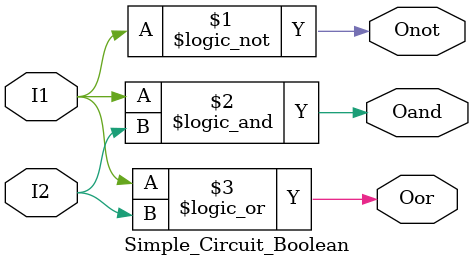
<source format=v>
module Simple_Circuit_Boolean(I1, I2, Onot, Oand, Oor);
input I1, I2;
output Onot, Oand, Oor;

assign Onot = !I1;
assign Oand = I1&&I2;
assign Oor = I1||I2;
endmodule

</source>
